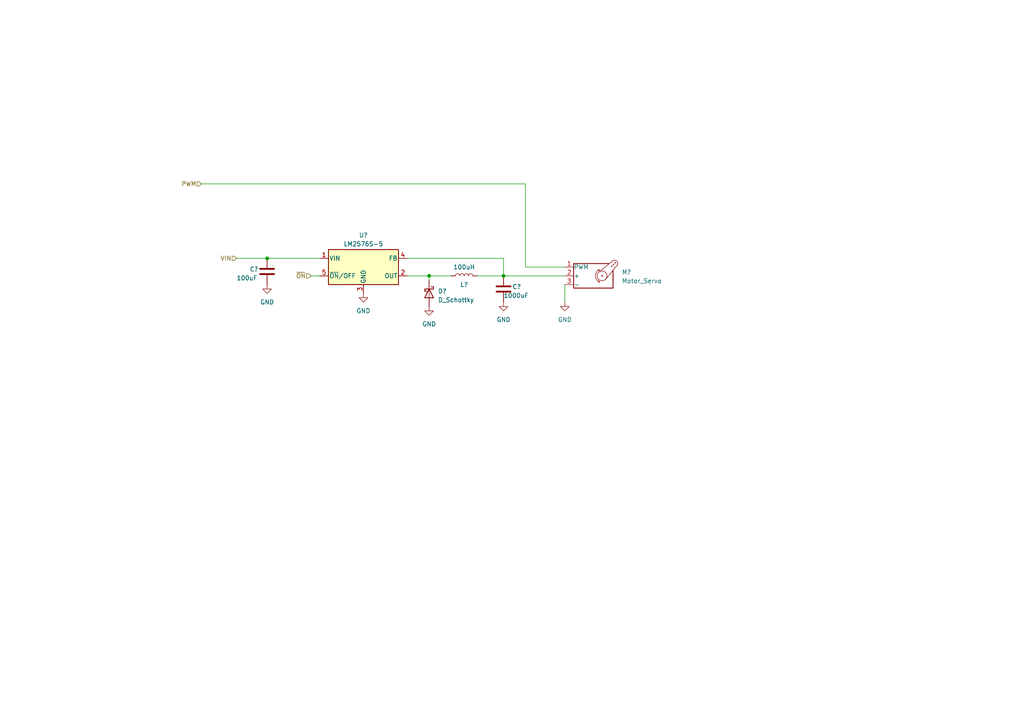
<source format=kicad_sch>
(kicad_sch (version 20210126) (generator eeschema)
  (paper "A4")
  (lib_symbols
    (symbol "Device:C" (pin_numbers hide) (pin_names (offset 0.254))
      (property "Reference" "C" (at 0.635 2.54 0))
      (property "Value" "C" (at 0.635 -2.54 0))
      (symbol "C_0_1"
        (polyline (pts (xy -2.032 -0.762) (xy 2.032 -0.762)) (stroke (width 0.508)))
        (polyline (pts (xy -2.032 0.762) (xy 2.032 0.762)) (stroke (width 0.508)))
      )
      (symbol "C_1_1"
        (pin passive line (at 0 3.81 270) (length 2.794) (name "~") (number "1"))
        (pin passive line (at 0 -3.81 90) (length 2.794) (name "~") (number "2"))
      )
    )
    (symbol "Device:D_Schottky" (pin_numbers hide) (pin_names (offset 1.016) hide)
      (property "Reference" "D" (at 0 2.54 0))
      (property "Value" "D_Schottky" (at 0 -2.54 0))
      (symbol "D_Schottky_0_1"
        (polyline (pts (xy 1.27 0) (xy -1.27 0)))
        (polyline (pts (xy 1.27 1.27) (xy 1.27 -1.27) (xy -1.27 0) (xy 1.27 1.27)) (stroke (width 0.254)))
        (polyline (pts (xy -1.905 0.635) (xy -1.905 1.27) (xy -1.27 1.27) (xy -1.27 -1.27) (xy -0.635 -1.27) (xy -0.635 -0.635)) (stroke (width 0.254)))
      )
      (symbol "D_Schottky_1_1"
        (pin passive line (at -3.81 0 0) (length 2.54) (name "K") (number "1"))
        (pin passive line (at 3.81 0 180) (length 2.54) (name "A") (number "2"))
      )
    )
    (symbol "Device:L" (pin_numbers hide) (pin_names (offset 1.016) hide)
      (property "Reference" "L" (at -1.27 0 90))
      (property "Value" "L" (at 1.905 0 90))
      (symbol "L_0_1"
        (arc (start 0 -2.54) (end 0 -1.27) (radius (at 0 -1.905) (length 0.635) (angles -89.9 89.9)))
        (arc (start 0 -1.27) (end 0 0) (radius (at 0 -0.635) (length 0.635) (angles -89.9 89.9)))
        (arc (start 0 0) (end 0 1.27) (radius (at 0 0.635) (length 0.635) (angles -89.9 89.9)))
        (arc (start 0 1.27) (end 0 2.54) (radius (at 0 1.905) (length 0.635) (angles -89.9 89.9)))
      )
      (symbol "L_1_1"
        (pin passive line (at 0 3.81 270) (length 1.27) (name "1") (number "1"))
        (pin passive line (at 0 -3.81 90) (length 1.27) (name "2") (number "2"))
      )
    )
    (symbol "Motor:Motor_Servo" (pin_names (offset 0.0254))
      (property "Reference" "M" (at -5.08 4.445 0))
      (property "Value" "Motor_Servo" (at -5.08 -4.064 0))
      (symbol "Motor_Servo_0_1"
        (arc (start 2.413 1.778) (end 2.413 -1.778) (radius (at 3.175 0) (length 1.9304) (angles 113.2 -113.2)))
        (arc (start 6.35 4.445) (end 7.62 3.175) (radius (at 6.7818 3.6068) (length 0.9398) (angles 117.3 -27.3)))
        (circle (center 3.175 0) (radius 0.1778))
        (circle (center 3.175 0) (radius 1.4224))
        (circle (center 5.969 2.794) (radius 0.127))
        (circle (center 6.477 3.302) (radius 0.127))
        (circle (center 6.985 3.81) (radius 0.127))
        (polyline (pts (xy 2.413 -1.778) (xy 2.032 -1.778)))
        (polyline (pts (xy 2.413 -1.778) (xy 2.286 -1.397)))
        (polyline (pts (xy 2.413 1.778) (xy 1.905 1.778)))
        (polyline (pts (xy 2.413 1.778) (xy 2.286 1.397)))
        (polyline (pts (xy 6.35 4.445) (xy 2.54 1.27)))
        (polyline (pts (xy 7.62 3.175) (xy 4.191 -1.016)))
        (polyline (pts (xy 5.08 3.556) (xy -5.08 3.556) (xy -5.08 -3.556) (xy 6.35 -3.556) (xy 6.35 1.524)) (stroke (width 0.254)))
      )
      (symbol "Motor_Servo_1_1"
        (pin passive line (at -7.62 2.54 0) (length 2.54) (name "PWM") (number "1"))
        (pin passive line (at -7.62 0 0) (length 2.54) (name "+") (number "2"))
        (pin passive line (at -7.62 -2.54 0) (length 2.54) (name "-") (number "3"))
      )
    )
    (symbol "Regulator_Switching:LM2576S-5" (pin_names (offset 0.254))
      (property "Reference" "U" (at -10.16 6.35 0))
      (property "Value" "LM2576S-5" (at 0 6.35 0))
      (symbol "LM2576S-5_0_1"
        (rectangle (start -10.16 5.08) (end 10.16 -5.08) (stroke (width 0.254)) (fill (type background)))
      )
      (symbol "LM2576S-5_1_1"
        (pin power_in line (at -12.7 2.54 0) (length 2.54) (name "VIN") (number "1"))
        (pin output line (at 12.7 -2.54 180) (length 2.54) (name "OUT") (number "2"))
        (pin power_in line (at 0 -7.62 90) (length 2.54) (name "GND") (number "3"))
        (pin input line (at 12.7 2.54 180) (length 2.54) (name "FB") (number "4"))
        (pin input line (at -12.7 -2.54 0) (length 2.54) (name "~ON~/OFF") (number "5"))
      )
    )
    (symbol "power:GND" (power) (pin_names (offset 0))
      (property "Value" "GND" (at 0 -3.81 0))
      (symbol "GND_0_1"
        (polyline (pts (xy 0 0) (xy 0 -1.27) (xy 1.27 -1.27) (xy 0 -2.54) (xy -1.27 -1.27) (xy 0 -1.27)))
      )
      (symbol "GND_1_1"
        (pin power_in line (at 0 0 270) (length 0) hide (name "GND") (number "1"))
      )
    )
  )
  (junction (at 77.47 74.93) (diameter 0.9144))
  (junction (at 124.46 80.01) (diameter 0.9144))
  (junction (at 146.05 80.01) (diameter 0.9144))
  (wire (pts (xy 58.42 53.34) (xy 152.4 53.34)))
  (wire (pts (xy 68.58 74.93) (xy 77.47 74.93)))
  (wire (pts (xy 77.47 74.93) (xy 92.71 74.93)))
  (wire (pts (xy 92.71 80.01) (xy 90.17 80.01)))
  (wire (pts (xy 118.11 74.93) (xy 146.05 74.93)))
  (wire (pts (xy 118.11 80.01) (xy 124.46 80.01)))
  (wire (pts (xy 124.46 80.01) (xy 124.46 81.28)))
  (wire (pts (xy 124.46 80.01) (xy 130.81 80.01)))
  (wire (pts (xy 138.43 80.01) (xy 146.05 80.01)))
  (wire (pts (xy 146.05 74.93) (xy 146.05 80.01)))
  (wire (pts (xy 146.05 80.01) (xy 163.83 80.01)))
  (wire (pts (xy 152.4 77.47) (xy 152.4 53.34)))
  (wire (pts (xy 152.4 77.47) (xy 163.83 77.47)))
  (wire (pts (xy 163.83 82.55) (xy 163.83 87.63)))
  (hierarchical_label "PWM" (shape input) (at 58.42 53.34 180))
  (hierarchical_label "VIN" (shape input) (at 68.58 74.93 180))
  (hierarchical_label "~ON" (shape input) (at 90.17 80.01 180))
  (symbol (lib_id "power:GND") (at 77.47 82.55 0)
    (property "Reference" "#PWR?" (effects hide))
    (property "Value" "GND" (at 77.47 87.63 0))
  )
  (symbol (lib_id "power:GND") (at 105.41 85.09 0)
    (property "Reference" "#PWR?" (effects hide))
    (property "Value" "GND" (at 105.41 90.17 0))
  )
  (symbol (lib_id "power:GND") (at 124.46 88.9 0)
    (property "Reference" "#PWR?" (effects hide))
    (property "Value" "GND" (at 124.46 93.98 0))
  )
  (symbol (lib_id "power:GND") (at 146.05 87.63 0)
    (property "Reference" "#PWR?" (effects hide))
    (property "Value" "GND" (at 146.05 92.71 0))
  )
  (symbol (lib_id "power:GND") (at 163.83 87.63 0)
    (property "Reference" "#PWR?" (effects hide))
    (property "Value" "GND" (at 163.83 92.71 0))
  )
  (symbol (lib_id "Device:L") (at 134.62 80.01 90)
    (property "Reference" "L?" (at 134.62 82.55 90))
    (property "Value" "100uH" (at 134.62 77.47 90))
  )
  (symbol (lib_id "Device:D_Schottky") (at 124.46 85.09 270)
    (property "Reference" "D?" (at 127 84.4549 90) (effects (justify left)))
    (property "Value" "D_Schottky" (at 127 86.9949 90) (effects (justify left)))
  )
  (symbol (lib_id "Device:C") (at 77.47 78.74 0)
    (property "Reference" "C?" (at 72.39 78.1049 0) (effects (justify left)))
    (property "Value" "100uF" (at 68.58 80.6449 0) (effects (justify left)))
  )
  (symbol (lib_id "Device:C") (at 146.05 83.82 0)
    (property "Reference" "C?" (at 148.59 83.1849 0) (effects (justify left)))
    (property "Value" "1000uF" (at 146.05 85.7249 0) (effects (justify left)))
  )
  (symbol (lib_id "Motor:Motor_Servo") (at 171.45 80.01 0)
    (property "Reference" "M?" (at 180.34 78.9431 0) (effects (justify left)))
    (property "Value" "Motor_Servo" (at 180.34 81.4831 0) (effects (justify left)))
    (property "Datasheet" "http://forums.parallax.com/uploads/attachments/46831/74481.png" (effects hide))
  )
  (symbol (lib_id "Regulator_Switching:LM2576S-5") (at 105.41 77.47 0)
    (property "Reference" "U?" (at 105.41 68.2244 0))
    (property "Value" "LM2576S-5" (at 105.41 70.7644 0))
    (property "Footprint" "Package_TO_SOT_SMD:TO-263-5_TabPin3" (effects hide))
    (property "Datasheet" "http://www.ti.com/lit/ds/symlink/lm2576.pdf" (effects hide))
  )
)
</source>
